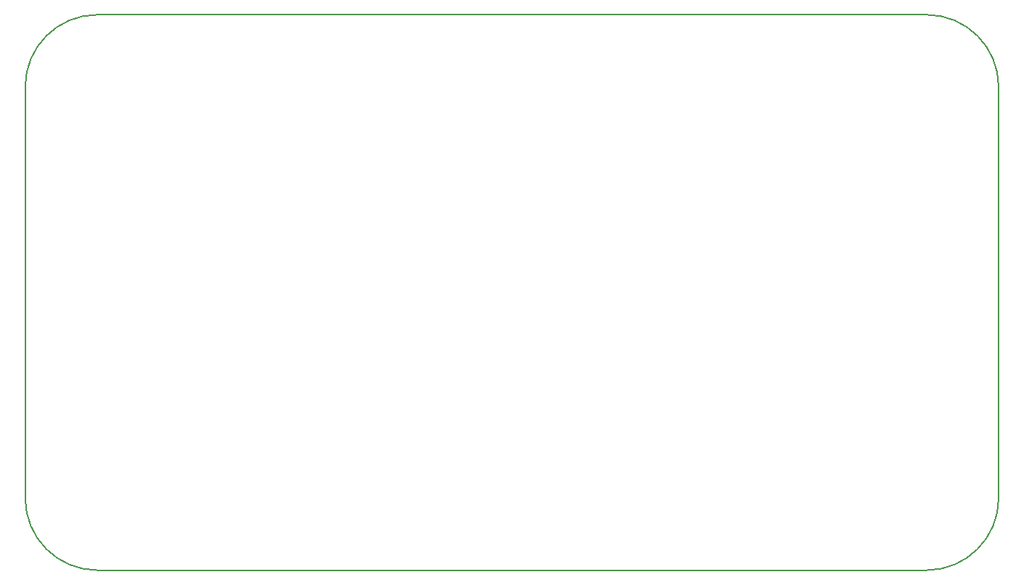
<source format=gm1>
G04 #@! TF.GenerationSoftware,KiCad,Pcbnew,(6.0.1)*
G04 #@! TF.CreationDate,2022-04-16T00:13:44-07:00*
G04 #@! TF.ProjectId,AnimatronicEyes,416e696d-6174-4726-9f6e-696345796573,rev?*
G04 #@! TF.SameCoordinates,Original*
G04 #@! TF.FileFunction,Profile,NP*
%FSLAX46Y46*%
G04 Gerber Fmt 4.6, Leading zero omitted, Abs format (unit mm)*
G04 Created by KiCad (PCBNEW (6.0.1)) date 2022-04-16 00:13:44*
%MOMM*%
%LPD*%
G01*
G04 APERTURE LIST*
G04 #@! TA.AperFunction,Profile*
%ADD10C,0.200000*%
G04 #@! TD*
G04 APERTURE END LIST*
D10*
X80000000Y-38600000D02*
X176600000Y-38600000D01*
X176600000Y-103400000D02*
X80000000Y-103400000D01*
X71600000Y-47000000D02*
X71600000Y-95000000D01*
X185000000Y-47000000D02*
X185000000Y-95000000D01*
X185000000Y-47000000D02*
G75*
G03*
X176600000Y-38600000I-8400000J0D01*
G01*
X176600000Y-103400000D02*
G75*
G03*
X185000000Y-95000000I0J8400000D01*
G01*
X71600000Y-95000000D02*
G75*
G03*
X80000000Y-103400000I8400000J0D01*
G01*
X80000000Y-38600000D02*
G75*
G03*
X71600000Y-47000000I0J-8400000D01*
G01*
M02*

</source>
